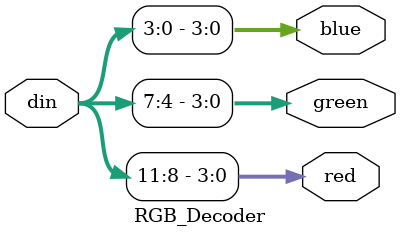
<source format=v>
`timescale 1ns / 1ps


module RGB_Decoder(
  input  wire [11:0] din,
  output wire [3:0]  red,
  output wire [3:0]  green,
  output wire [3:0]  blue
  );

//assign red = active ? din[18:16] : 3'd0;
//assign green = active ? din[10:8] : 3'd0;
//assign blue = active ? din[1:0] : 2'd0;

assign red = din[11:8];
assign green = din[7:4];
assign blue = din[3:0];
endmodule

</source>
